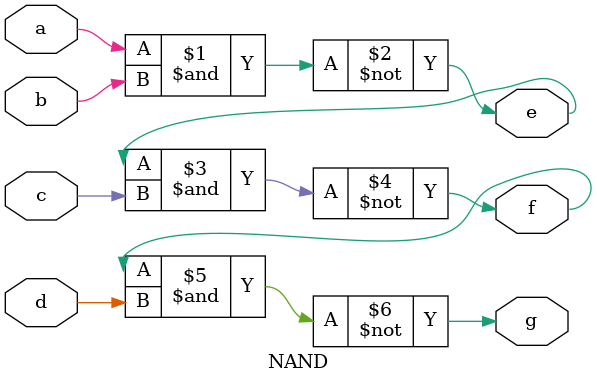
<source format=v>
`timescale 1ns / 1ps

module NAND(
    input a, b, c, d,
    output e, f, g
    );
    
assign e = ~(a&b);
assign f = ~(e&c);
assign g = ~(f&d);

endmodule

</source>
